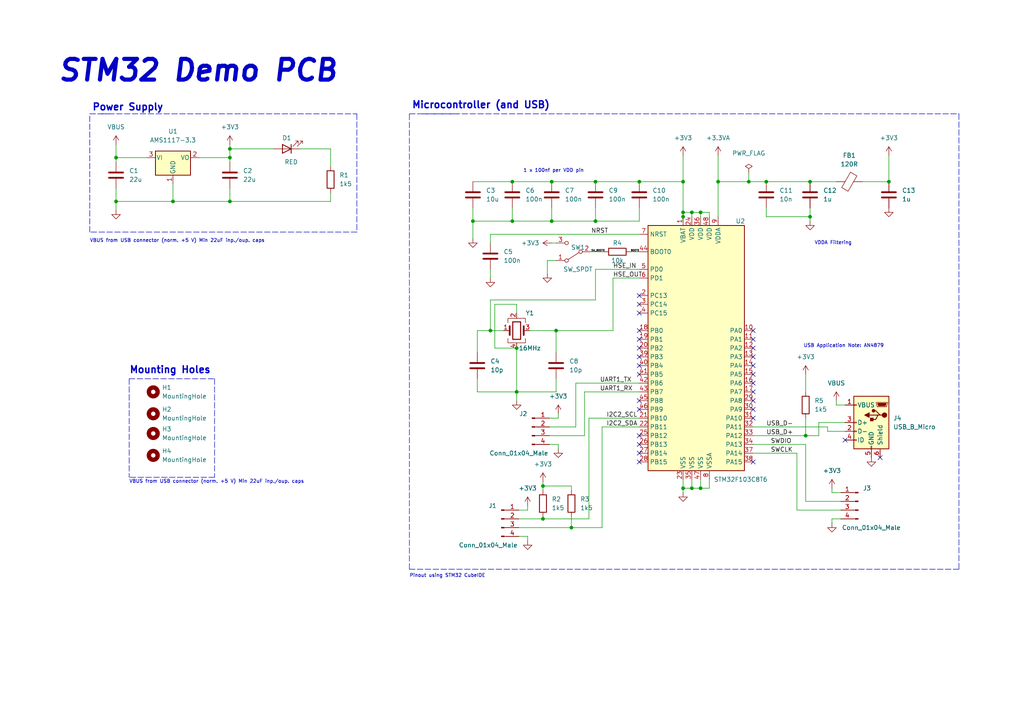
<source format=kicad_sch>
(kicad_sch (version 20211123) (generator eeschema)
  (paper "A4")
  (title_block (title "STM32 Demo PCB") (date "2023-02-06") (rev "0.1") (company "Bharath Personal"))
  (lib_symbols
    (symbol "Connector:Conn_01x04_Male" (pin_names (offset 1.016) hide)
      (property "Reference" "J" (at 0 5.08 0))
      (property "Value" "Conn_01x04_Male" (at 0 -7.62 0))
      (symbol "Conn_01x04_Male_1_1"
        (polyline (pts (xy 1.27 -5.08) (xy 0.8636 -5.08)) (stroke (width 0.1524)))
        (polyline (pts (xy 1.27 -2.54) (xy 0.8636 -2.54)) (stroke (width 0.1524)))
        (polyline (pts (xy 1.27 0) (xy 0.8636 0)) (stroke (width 0.1524)))
        (polyline (pts (xy 1.27 2.54) (xy 0.8636 2.54)) (stroke (width 0.1524)))
        (rectangle (start 0.8636 -4.953) (end 0 -5.207) (stroke (width 0.1524)) (fill (type outline)))
        (rectangle (start 0.8636 -2.413) (end 0 -2.667) (stroke (width 0.1524)) (fill (type outline)))
        (rectangle (start 0.8636 0.127) (end 0 -0.127) (stroke (width 0.1524)) (fill (type outline)))
        (rectangle (start 0.8636 2.667) (end 0 2.413) (stroke (width 0.1524)) (fill (type outline)))
        (pin passive line (at 5.08 2.54 180) (length 3.81) (name "Pin_1") (number "1"))
        (pin passive line (at 5.08 0 180) (length 3.81) (name "Pin_2") (number "2"))
        (pin passive line (at 5.08 -2.54 180) (length 3.81) (name "Pin_3") (number "3"))
        (pin passive line (at 5.08 -5.08 180) (length 3.81) (name "Pin_4") (number "4"))
      )
    )
    (symbol "Connector:USB_B_Micro" (pin_names (offset 1.016))
      (property "Reference" "J" (at -5.08 11.43 0))
      (property "Value" "USB_B_Micro" (at -5.08 8.89 0))
      (symbol "USB_B_Micro_0_1"
        (rectangle (start -5.08 -7.62) (end 5.08 7.62) (stroke (width 0.254)) (fill (type background)))
        (circle (center -3.81 2.159) (radius 0.635) (stroke (width 0.254)) (fill (type outline)))
        (circle (center -0.635 3.429) (radius 0.381) (stroke (width 0.254)) (fill (type outline)))
        (rectangle (start -0.127 -7.62) (end 0.127 -6.858))
        (polyline (pts (xy -1.905 2.159) (xy 0.635 2.159)) (stroke (width 0.254)))
        (polyline (pts (xy -3.175 2.159) (xy -2.54 2.159) (xy -1.27 3.429) (xy -0.635 3.429)) (stroke (width 0.254)))
        (polyline (pts (xy -2.54 2.159) (xy -1.905 2.159) (xy -1.27 0.889) (xy 0 0.889)) (stroke (width 0.254)))
        (polyline (pts (xy 0.635 2.794) (xy 0.635 1.524) (xy 1.905 2.159) (xy 0.635 2.794)) (stroke (width 0.254)) (fill (type outline)))
        (polyline (pts (xy -4.318 5.588) (xy -1.778 5.588) (xy -2.032 4.826) (xy -4.064 4.826) (xy -4.318 5.588)) (fill (type outline)))
        (polyline (pts (xy -4.699 5.842) (xy -4.699 5.588) (xy -4.445 4.826) (xy -4.445 4.572) (xy -1.651 4.572) (xy -1.651 4.826) (xy -1.397 5.588) (xy -1.397 5.842) (xy -4.699 5.842)))
        (rectangle (start 0.254 1.27) (end -0.508 0.508) (stroke (width 0.254)) (fill (type outline)))
        (rectangle (start 5.08 -5.207) (end 4.318 -4.953))
        (rectangle (start 5.08 -2.667) (end 4.318 -2.413))
        (rectangle (start 5.08 -0.127) (end 4.318 0.127))
        (rectangle (start 5.08 4.953) (end 4.318 5.207))
      )
      (symbol "USB_B_Micro_1_1"
        (pin power_out line (at 7.62 5.08 180) (length 2.54) (name "VBUS") (number "1"))
        (pin bidirectional line (at 7.62 -2.54 180) (length 2.54) (name "D-") (number "2"))
        (pin bidirectional line (at 7.62 0 180) (length 2.54) (name "D+") (number "3"))
        (pin passive line (at 7.62 -5.08 180) (length 2.54) (name "ID") (number "4"))
        (pin power_out line (at 0 -10.16 90) (length 2.54) (name "GND") (number "5"))
        (pin passive line (at -2.54 -10.16 90) (length 2.54) (name "Shield") (number "6"))
      )
    )
    (symbol "Device:C" (pin_numbers hide) (pin_names (offset 0.254))
      (property "Reference" "C" (at 0.635 2.54 0))
      (property "Value" "C" (at 0.635 -2.54 0))
      (symbol "C_0_1"
        (polyline (pts (xy -2.032 -0.762) (xy 2.032 -0.762)) (stroke (width 0.508)))
        (polyline (pts (xy -2.032 0.762) (xy 2.032 0.762)) (stroke (width 0.508)))
      )
      (symbol "C_1_1"
        (pin passive line (at 0 3.81 270) (length 2.794) (name "~") (number "1"))
        (pin passive line (at 0 -3.81 90) (length 2.794) (name "~") (number "2"))
      )
    )
    (symbol "Device:Crystal_GND24" (pin_names (offset 1.016) hide)
      (property "Reference" "Y" (at 3.175 5.08 0))
      (property "Value" "Crystal_GND24" (at 3.175 3.175 0))
      (symbol "Crystal_GND24_0_1"
        (rectangle (start -1.143 2.54) (end 1.143 -2.54) (stroke (width 0.3048)))
        (polyline (pts (xy -2.54 0) (xy -2.032 0)))
        (polyline (pts (xy -2.032 -1.27) (xy -2.032 1.27)) (stroke (width 0.508)))
        (polyline (pts (xy 0 -3.81) (xy 0 -3.556)))
        (polyline (pts (xy 0 3.556) (xy 0 3.81)))
        (polyline (pts (xy 2.032 -1.27) (xy 2.032 1.27)) (stroke (width 0.508)))
        (polyline (pts (xy 2.032 0) (xy 2.54 0)))
        (polyline (pts (xy -2.54 -2.286) (xy -2.54 -3.556) (xy 2.54 -3.556) (xy 2.54 -2.286)))
        (polyline (pts (xy -2.54 2.286) (xy -2.54 3.556) (xy 2.54 3.556) (xy 2.54 2.286)))
      )
      (symbol "Crystal_GND24_1_1"
        (pin passive line (at -3.81 0 0) (length 1.27) (name "1") (number "1"))
        (pin passive line (at 0 5.08 270) (length 1.27) (name "2") (number "2"))
        (pin passive line (at 3.81 0 180) (length 1.27) (name "3") (number "3"))
        (pin passive line (at 0 -5.08 90) (length 1.27) (name "4") (number "4"))
      )
    )
    (symbol "Device:FerriteBead" (pin_numbers hide) (pin_names (offset 0))
      (property "Reference" "FB" (at -3.81 0.635 90))
      (property "Value" "FerriteBead" (at 3.81 0 90))
      (symbol "FerriteBead_0_1"
        (polyline (pts (xy 0 -1.27) (xy 0 -1.2192)))
        (polyline (pts (xy 0 1.27) (xy 0 1.2954)))
        (polyline (pts (xy -2.7686 0.4064) (xy -1.7018 2.2606) (xy 2.7686 -0.3048) (xy 1.6764 -2.159) (xy -2.7686 0.4064)))
      )
      (symbol "FerriteBead_1_1"
        (pin passive line (at 0 3.81 270) (length 2.54) (name "~") (number "1"))
        (pin passive line (at 0 -3.81 90) (length 2.54) (name "~") (number "2"))
      )
    )
    (symbol "Device:LED" (pin_numbers hide) (pin_names (offset 1.016) hide)
      (property "Reference" "D" (at 0 2.54 0))
      (property "Value" "LED" (at 0 -2.54 0))
      (symbol "LED_0_1"
        (polyline (pts (xy -1.27 -1.27) (xy -1.27 1.27)) (stroke (width 0.254)))
        (polyline (pts (xy -1.27 0) (xy 1.27 0)))
        (polyline (pts (xy 1.27 -1.27) (xy 1.27 1.27) (xy -1.27 0) (xy 1.27 -1.27)) (stroke (width 0.254)))
        (polyline (pts (xy -3.048 -0.762) (xy -4.572 -2.286) (xy -3.81 -2.286) (xy -4.572 -2.286) (xy -4.572 -1.524)))
        (polyline (pts (xy -1.778 -0.762) (xy -3.302 -2.286) (xy -2.54 -2.286) (xy -3.302 -2.286) (xy -3.302 -1.524)))
      )
      (symbol "LED_1_1"
        (pin passive line (at -3.81 0 0) (length 2.54) (name "K") (number "1"))
        (pin passive line (at 3.81 0 180) (length 2.54) (name "A") (number "2"))
      )
    )
    (symbol "Device:R" (pin_numbers hide) (pin_names (offset 0))
      (property "Reference" "R" (at 2.032 0 90))
      (property "Value" "R" (at 0 0 90))
      (symbol "R_0_1"
        (rectangle (start -1.016 -2.54) (end 1.016 2.54) (stroke (width 0.254)))
      )
      (symbol "R_1_1"
        (pin passive line (at 0 3.81 270) (length 1.27) (name "~") (number "1"))
        (pin passive line (at 0 -3.81 90) (length 1.27) (name "~") (number "2"))
      )
    )
    (symbol "MCU_ST_STM32F1:STM32F103C8Tx"
      (property "Reference" "U" (at -15.24 36.83 0))
      (property "Value" "STM32F103C8Tx" (at 7.62 36.83 0))
      (symbol "STM32F103C8Tx_0_1"
        (rectangle (start -15.24 -35.56) (end 12.7 35.56) (stroke (width 0.254)) (fill (type background)))
      )
      (symbol "STM32F103C8Tx_1_1"
        (pin power_in line (at -5.08 38.1 270) (length 2.54) (name "VBAT") (number "1"))
        (pin bidirectional line (at 15.24 5.08 180) (length 2.54) (name "PA0") (number "10"))
        (pin bidirectional line (at 15.24 2.54 180) (length 2.54) (name "PA1") (number "11"))
        (pin bidirectional line (at 15.24 0 180) (length 2.54) (name "PA2") (number "12"))
        (pin bidirectional line (at 15.24 -2.54 180) (length 2.54) (name "PA3") (number "13"))
        (pin bidirectional line (at 15.24 -5.08 180) (length 2.54) (name "PA4") (number "14"))
        (pin bidirectional line (at 15.24 -7.62 180) (length 2.54) (name "PA5") (number "15"))
        (pin bidirectional line (at 15.24 -10.16 180) (length 2.54) (name "PA6") (number "16"))
        (pin bidirectional line (at 15.24 -12.7 180) (length 2.54) (name "PA7") (number "17"))
        (pin bidirectional line (at -17.78 5.08 0) (length 2.54) (name "PB0") (number "18"))
        (pin bidirectional line (at -17.78 2.54 0) (length 2.54) (name "PB1") (number "19"))
        (pin bidirectional line (at -17.78 15.24 0) (length 2.54) (name "PC13") (number "2"))
        (pin bidirectional line (at -17.78 0 0) (length 2.54) (name "PB2") (number "20"))
        (pin bidirectional line (at -17.78 -20.32 0) (length 2.54) (name "PB10") (number "21"))
        (pin bidirectional line (at -17.78 -22.86 0) (length 2.54) (name "PB11") (number "22"))
        (pin power_in line (at -5.08 -38.1 90) (length 2.54) (name "VSS") (number "23"))
        (pin power_in line (at -2.54 38.1 270) (length 2.54) (name "VDD") (number "24"))
        (pin bidirectional line (at -17.78 -25.4 0) (length 2.54) (name "PB12") (number "25"))
        (pin bidirectional line (at -17.78 -27.94 0) (length 2.54) (name "PB13") (number "26"))
        (pin bidirectional line (at -17.78 -30.48 0) (length 2.54) (name "PB14") (number "27"))
        (pin bidirectional line (at -17.78 -33.02 0) (length 2.54) (name "PB15") (number "28"))
        (pin bidirectional line (at 15.24 -15.24 180) (length 2.54) (name "PA8") (number "29"))
        (pin bidirectional line (at -17.78 12.7 0) (length 2.54) (name "PC14") (number "3"))
        (pin bidirectional line (at 15.24 -17.78 180) (length 2.54) (name "PA9") (number "30"))
        (pin bidirectional line (at 15.24 -20.32 180) (length 2.54) (name "PA10") (number "31"))
        (pin bidirectional line (at 15.24 -22.86 180) (length 2.54) (name "PA11") (number "32"))
        (pin bidirectional line (at 15.24 -25.4 180) (length 2.54) (name "PA12") (number "33"))
        (pin bidirectional line (at 15.24 -27.94 180) (length 2.54) (name "PA13") (number "34"))
        (pin power_in line (at -2.54 -38.1 90) (length 2.54) (name "VSS") (number "35"))
        (pin power_in line (at 0 38.1 270) (length 2.54) (name "VDD") (number "36"))
        (pin bidirectional line (at 15.24 -30.48 180) (length 2.54) (name "PA14") (number "37"))
        (pin bidirectional line (at 15.24 -33.02 180) (length 2.54) (name "PA15") (number "38"))
        (pin bidirectional line (at -17.78 -2.54 0) (length 2.54) (name "PB3") (number "39"))
        (pin bidirectional line (at -17.78 10.16 0) (length 2.54) (name "PC15") (number "4"))
        (pin bidirectional line (at -17.78 -5.08 0) (length 2.54) (name "PB4") (number "40"))
        (pin bidirectional line (at -17.78 -7.62 0) (length 2.54) (name "PB5") (number "41"))
        (pin bidirectional line (at -17.78 -10.16 0) (length 2.54) (name "PB6") (number "42"))
        (pin bidirectional line (at -17.78 -12.7 0) (length 2.54) (name "PB7") (number "43"))
        (pin input line (at -17.78 27.94 0) (length 2.54) (name "BOOT0") (number "44"))
        (pin bidirectional line (at -17.78 -15.24 0) (length 2.54) (name "PB8") (number "45"))
        (pin bidirectional line (at -17.78 -17.78 0) (length 2.54) (name "PB9") (number "46"))
        (pin power_in line (at 0 -38.1 90) (length 2.54) (name "VSS") (number "47"))
        (pin power_in line (at 2.54 38.1 270) (length 2.54) (name "VDD") (number "48"))
        (pin input line (at -17.78 22.86 0) (length 2.54) (name "PD0") (number "5"))
        (pin input line (at -17.78 20.32 0) (length 2.54) (name "PD1") (number "6"))
        (pin input line (at -17.78 33.02 0) (length 2.54) (name "NRST") (number "7"))
        (pin power_in line (at 2.54 -38.1 90) (length 2.54) (name "VSSA") (number "8"))
        (pin power_in line (at 5.08 38.1 270) (length 2.54) (name "VDDA") (number "9"))
      )
    )
    (symbol "Mechanical:MountingHole" (pin_names (offset 1.016))
      (property "Reference" "H" (at 0 5.08 0))
      (property "Value" "MountingHole" (at 0 3.175 0))
      (symbol "MountingHole_0_1"
        (circle (center 0 0) (radius 1.27) (stroke (width 1.27)))
      )
    )
    (symbol "Regulator_Linear:AMS1117-3.3" (pin_names (offset 0.254))
      (property "Reference" "U" (at -3.81 3.175 0))
      (property "Value" "AMS1117-3.3" (at 0 3.175 0))
      (symbol "AMS1117-3.3_0_1"
        (rectangle (start -5.08 -5.08) (end 5.08 1.905) (stroke (width 0.254)) (fill (type background)))
      )
      (symbol "AMS1117-3.3_1_1"
        (pin power_in line (at 0 -7.62 90) (length 2.54) (name "GND") (number "1"))
        (pin power_out line (at 7.62 0 180) (length 2.54) (name "VO") (number "2"))
        (pin power_in line (at -7.62 0 0) (length 2.54) (name "VI") (number "3"))
      )
    )
    (symbol "Switch:SW_SPDT" (pin_names (offset 0) hide)
      (property "Reference" "SW" (at 0 4.318 0))
      (property "Value" "SW_SPDT" (at 0 -5.08 0))
      (symbol "SW_SPDT_0_0"
        (circle (center -2.032 0) (radius 0.508))
        (circle (center 2.032 -2.54) (radius 0.508))
      )
      (symbol "SW_SPDT_0_1"
        (polyline (pts (xy -1.524 0.254) (xy 1.651 2.286)))
        (circle (center 2.032 2.54) (radius 0.508))
      )
      (symbol "SW_SPDT_1_1"
        (pin passive line (at 5.08 2.54 180) (length 2.54) (name "A") (number "1"))
        (pin passive line (at -5.08 0 0) (length 2.54) (name "B") (number "2"))
        (pin passive line (at 5.08 -2.54 180) (length 2.54) (name "C") (number "3"))
      )
    )
    (symbol "power:+3.3V" (power) (pin_names (offset 0))
      (property "Value" "+3.3V" (at 0 3.556 0))
      (symbol "+3.3V_0_1"
        (polyline (pts (xy -0.762 1.27) (xy 0 2.54)))
        (polyline (pts (xy 0 0) (xy 0 2.54)))
        (polyline (pts (xy 0 2.54) (xy 0.762 1.27)))
      )
      (symbol "+3.3V_1_1"
        (pin power_in line (at 0 0 90) (length 0) hide (name "+3V3") (number "1"))
      )
    )
    (symbol "power:+3.3VA" (power) (pin_names (offset 0))
      (property "Value" "+3.3VA" (at 0 3.556 0))
      (symbol "+3.3VA_0_1"
        (polyline (pts (xy -0.762 1.27) (xy 0 2.54)))
        (polyline (pts (xy 0 0) (xy 0 2.54)))
        (polyline (pts (xy 0 2.54) (xy 0.762 1.27)))
      )
      (symbol "+3.3VA_1_1"
        (pin power_in line (at 0 0 90) (length 0) hide (name "+3.3VA") (number "1"))
      )
    )
    (symbol "power:GND" (power) (pin_names (offset 0))
      (property "Value" "GND" (at 0 -3.81 0))
      (symbol "GND_0_1"
        (polyline (pts (xy 0 0) (xy 0 -1.27) (xy 1.27 -1.27) (xy 0 -2.54) (xy -1.27 -1.27) (xy 0 -1.27)))
      )
      (symbol "GND_1_1"
        (pin power_in line (at 0 0 270) (length 0) hide (name "GND") (number "1"))
      )
    )
    (symbol "power:PWR_FLAG" (power) (pin_numbers hide) (pin_names (offset 0) hide)
      (property "Value" "PWR_FLAG" (at 0 3.81 0))
      (symbol "PWR_FLAG_0_0"
        (pin power_out line (at 0 0 90) (length 0) (name "pwr") (number "1"))
      )
      (symbol "PWR_FLAG_0_1"
        (polyline (pts (xy 0 0) (xy 0 1.27) (xy -1.016 1.905) (xy 0 2.54) (xy 1.016 1.905) (xy 0 1.27)))
      )
    )
    (symbol "power:VBUS" (power) (pin_names (offset 0))
      (property "Value" "VBUS" (at 0 3.81 0))
      (symbol "VBUS_0_1"
        (polyline (pts (xy -0.762 1.27) (xy 0 2.54)))
        (polyline (pts (xy 0 0) (xy 0 2.54)))
        (polyline (pts (xy 0 2.54) (xy 0.762 1.27)))
      )
      (symbol "VBUS_1_1"
        (pin power_in line (at 0 0 90) (length 0) hide (name "VBUS") (number "1"))
      )
    )
  )
  (junction (at 198.12 61.595))
  (junction (at 148.59 64.135))
  (junction (at 137.16 64.135))
  (junction (at 66.675 43.18))
  (junction (at 185.42 52.705))
  (junction (at 234.95 62.865))
  (junction (at 149.86 100.965))
  (junction (at 208.28 52.705))
  (junction (at 198.12 141.605))
  (junction (at 161.29 95.885))
  (junction (at 172.72 52.705))
  (junction (at 203.2 141.605))
  (junction (at 217.17 52.705))
  (junction (at 157.48 150.495))
  (junction (at 160.02 64.135))
  (junction (at 149.86 113.665))
  (junction (at 66.675 58.42))
  (junction (at 148.59 52.705))
  (junction (at 203.2 61.595))
  (junction (at 33.655 58.42))
  (junction (at 198.12 52.705))
  (junction (at 142.24 95.885))
  (junction (at 222.25 52.705))
  (junction (at 234.95 52.705))
  (junction (at 66.675 45.72))
  (junction (at 165.735 153.035))
  (junction (at 160.02 52.705))
  (junction (at 33.655 45.72))
  (junction (at 257.81 52.705))
  (junction (at 50.165 58.42))
  (junction (at 200.66 61.595))
  (junction (at 233.68 126.365))
  (junction (at 200.66 141.605))
  (junction (at 198.12 62.865))
  (junction (at 172.72 64.135))
  (junction (at 157.48 140.97))
  (no_connect (at 185.42 131.445))
  (no_connect (at 185.42 103.505))
  (no_connect (at 218.44 106.045))
  (no_connect (at 185.42 100.965))
  (no_connect (at 245.11 127.635))
  (no_connect (at 255.27 132.715))
  (no_connect (at 218.44 103.505))
  (no_connect (at 185.42 108.585))
  (no_connect (at 218.44 98.425))
  (no_connect (at 218.44 95.885))
  (no_connect (at 218.44 100.965))
  (no_connect (at 185.42 95.885))
  (no_connect (at 218.44 113.665))
  (no_connect (at 185.42 133.985))
  (no_connect (at 185.42 116.205))
  (no_connect (at 218.44 111.125))
  (no_connect (at 185.42 106.045))
  (no_connect (at 218.44 118.745))
  (no_connect (at 218.44 116.205))
  (no_connect (at 185.42 128.905))
  (no_connect (at 185.42 98.425))
  (no_connect (at 218.44 121.285))
  (no_connect (at 185.42 118.745))
  (no_connect (at 218.44 108.585))
  (no_connect (at 185.42 90.805))
  (no_connect (at 185.42 88.265))
  (no_connect (at 185.42 85.725))
  (no_connect (at 218.44 133.985))
  (no_connect (at 185.42 126.365))
  (wire (pts (xy 203.2 61.595) (xy 203.2 62.865)))
  (wire (pts (xy 153.67 95.885) (xy 161.29 95.885)))
  (wire (pts (xy 231.14 147.955) (xy 243.84 147.955)))
  (wire (pts (xy 222.25 52.705) (xy 234.95 52.705)))
  (wire (pts (xy 143.51 88.265) (xy 143.51 100.965)))
  (wire (pts (xy 149.86 88.265) (xy 143.51 88.265)))
  (wire (pts (xy 203.2 61.595) (xy 205.74 61.595)))
  (wire (pts (xy 240.03 125.095) (xy 245.11 125.095)))
  (wire (pts (xy 143.51 100.965) (xy 149.86 100.965)))
  (wire (pts (xy 149.86 90.805) (xy 149.86 88.265)))
  (wire (pts (xy 174.625 123.825) (xy 185.42 123.825)))
  (wire (pts (xy 198.12 45.085) (xy 198.12 52.705)))
  (wire (pts (xy 208.28 52.705) (xy 217.17 52.705)))
  (wire (pts (xy 177.8 80.645) (xy 177.8 95.885)))
  (wire (pts (xy 138.43 113.665) (xy 149.86 113.665)))
  (wire (pts (xy 241.3 142.875) (xy 241.3 141.605)))
  (wire (pts (xy 233.68 128.905) (xy 233.68 145.415)))
  (wire (pts (xy 137.16 64.135) (xy 148.59 64.135)))
  (wire (pts (xy 158.75 75.565) (xy 158.75 79.375)))
  (wire (pts (xy 242.57 117.475) (xy 242.57 116.205)))
  (wire (pts (xy 150.495 153.035) (xy 165.735 153.035)))
  (wire (pts (xy 159.385 123.825) (xy 167.005 123.825)))
  (wire (pts (xy 234.95 62.865) (xy 234.95 64.135)))
  (wire (pts (xy 205.74 61.595) (xy 205.74 62.865)))
  (wire (pts (xy 142.24 78.105) (xy 142.24 80.645)))
  (wire (pts (xy 177.8 80.645) (xy 185.42 80.645)))
  (wire (pts (xy 231.14 131.445) (xy 231.14 147.955)))
  (wire (pts (xy 160.02 60.325) (xy 160.02 64.135)))
  (wire (pts (xy 138.43 109.855) (xy 138.43 113.665)))
  (wire (pts (xy 159.385 121.285) (xy 161.925 121.285)))
  (wire (pts (xy 148.59 64.135) (xy 160.02 64.135)))
  (wire (pts (xy 33.655 58.42) (xy 50.165 58.42)))
  (wire (pts (xy 142.24 67.945) (xy 142.24 70.485)))
  (wire (pts (xy 222.25 60.325) (xy 222.25 62.865)))
  (wire (pts (xy 95.885 43.18) (xy 95.885 48.26)))
  (wire (pts (xy 185.42 60.325) (xy 185.42 64.135)))
  (wire (pts (xy 245.11 117.475) (xy 242.57 117.475)))
  (wire (pts (xy 150.495 150.495) (xy 157.48 150.495)))
  (wire (pts (xy 142.24 95.885) (xy 138.43 95.885)))
  (wire (pts (xy 66.675 41.91) (xy 66.675 43.18)))
  (wire (pts (xy 198.12 52.705) (xy 198.12 61.595)))
  (wire (pts (xy 142.24 86.995) (xy 172.72 86.995)))
  (wire (pts (xy 148.59 52.705) (xy 160.02 52.705)))
  (polyline (pts (xy 118.745 33.02) (xy 132.715 33.02)))
  (polyline (pts (xy 37.465 109.855) (xy 62.23 109.855)))
  (wire (pts (xy 33.655 45.72) (xy 42.545 45.72)))
  (wire (pts (xy 170.815 121.285) (xy 170.815 150.495)))
  (wire (pts (xy 185.42 52.705) (xy 198.12 52.705)))
  (wire (pts (xy 200.66 139.065) (xy 200.66 141.605)))
  (wire (pts (xy 208.28 45.085) (xy 208.28 52.705)))
  (wire (pts (xy 142.24 67.945) (xy 185.42 67.945)))
  (wire (pts (xy 157.48 139.7) (xy 157.48 140.97)))
  (wire (pts (xy 241.3 151.765) (xy 241.3 150.495)))
  (wire (pts (xy 137.16 52.705) (xy 148.59 52.705)))
  (wire (pts (xy 157.48 149.86) (xy 157.48 150.495)))
  (wire (pts (xy 217.17 52.705) (xy 222.25 52.705)))
  (wire (pts (xy 174.625 123.825) (xy 174.625 153.035)))
  (wire (pts (xy 257.81 45.085) (xy 257.81 52.705)))
  (polyline (pts (xy 37.465 109.855) (xy 37.465 138.43)))
  (wire (pts (xy 33.655 41.91) (xy 33.655 45.72)))
  (wire (pts (xy 241.3 150.495) (xy 243.84 150.495)))
  (wire (pts (xy 33.655 58.42) (xy 33.655 60.96)))
  (wire (pts (xy 205.74 139.065) (xy 205.74 141.605)))
  (wire (pts (xy 161.29 113.665) (xy 161.29 109.855)))
  (wire (pts (xy 153.035 155.575) (xy 150.495 155.575)))
  (wire (pts (xy 95.885 55.88) (xy 95.885 58.42)))
  (wire (pts (xy 169.545 113.665) (xy 185.42 113.665)))
  (wire (pts (xy 161.29 75.565) (xy 158.75 75.565)))
  (wire (pts (xy 198.12 141.605) (xy 198.12 142.875)))
  (wire (pts (xy 218.44 123.825) (xy 240.03 123.825)))
  (wire (pts (xy 149.86 113.665) (xy 161.29 113.665)))
  (wire (pts (xy 165.735 140.97) (xy 157.48 140.97)))
  (polyline (pts (xy 26.035 33.02) (xy 31.75 33.02)))
  (wire (pts (xy 159.385 126.365) (xy 169.545 126.365)))
  (wire (pts (xy 172.72 64.135) (xy 185.42 64.135)))
  (wire (pts (xy 161.925 130.175) (xy 161.925 128.905)))
  (wire (pts (xy 217.17 50.165) (xy 217.17 52.705)))
  (wire (pts (xy 198.12 139.065) (xy 198.12 141.605)))
  (wire (pts (xy 234.95 52.705) (xy 242.57 52.705)))
  (wire (pts (xy 165.735 153.035) (xy 174.625 153.035)))
  (wire (pts (xy 203.2 141.605) (xy 200.66 141.605)))
  (wire (pts (xy 167.005 111.125) (xy 185.42 111.125)))
  (wire (pts (xy 198.12 62.865) (xy 198.12 64.135)))
  (wire (pts (xy 243.84 142.875) (xy 241.3 142.875)))
  (wire (pts (xy 167.005 123.825) (xy 167.005 111.125)))
  (polyline (pts (xy 62.23 109.855) (xy 62.23 138.43)))
  (polyline (pts (xy 62.23 138.43) (xy 37.465 138.43)))
  (wire (pts (xy 172.72 52.705) (xy 185.42 52.705)))
  (polyline (pts (xy 103.505 67.31) (xy 26.035 67.31)))
  (wire (pts (xy 157.48 140.97) (xy 157.48 142.24)))
  (wire (pts (xy 200.66 61.595) (xy 203.2 61.595)))
  (wire (pts (xy 148.59 60.325) (xy 148.59 64.135)))
  (wire (pts (xy 172.72 78.105) (xy 185.42 78.105)))
  (wire (pts (xy 198.12 61.595) (xy 200.66 61.595)))
  (wire (pts (xy 137.16 60.325) (xy 137.16 64.135)))
  (wire (pts (xy 149.86 113.665) (xy 149.86 116.205)))
  (polyline (pts (xy 278.13 33.02) (xy 278.13 165.1)))
  (wire (pts (xy 66.675 45.72) (xy 66.675 46.99)))
  (wire (pts (xy 203.2 139.065) (xy 203.2 141.605)))
  (polyline (pts (xy 122.555 33.02) (xy 278.13 33.02)))
  (wire (pts (xy 172.72 86.995) (xy 172.72 78.105)))
  (wire (pts (xy 218.44 131.445) (xy 231.14 131.445)))
  (wire (pts (xy 161.29 95.885) (xy 161.29 102.235)))
  (wire (pts (xy 205.74 141.605) (xy 203.2 141.605)))
  (polyline (pts (xy 29.21 33.02) (xy 103.505 33.02)))
  (wire (pts (xy 160.02 64.135) (xy 172.72 64.135)))
  (wire (pts (xy 233.68 126.365) (xy 237.49 126.365)))
  (wire (pts (xy 138.43 95.885) (xy 138.43 102.235)))
  (wire (pts (xy 170.815 121.285) (xy 185.42 121.285)))
  (wire (pts (xy 182.88 73.025) (xy 185.42 73.025)))
  (wire (pts (xy 177.8 95.885) (xy 161.29 95.885)))
  (wire (pts (xy 160.02 70.485) (xy 161.29 70.485)))
  (wire (pts (xy 153.035 147.955) (xy 153.035 146.685)))
  (wire (pts (xy 66.675 43.18) (xy 79.375 43.18)))
  (wire (pts (xy 200.66 61.595) (xy 200.66 62.865)))
  (wire (pts (xy 95.885 58.42) (xy 66.675 58.42)))
  (wire (pts (xy 172.72 60.325) (xy 172.72 64.135)))
  (wire (pts (xy 208.28 52.705) (xy 208.28 62.865)))
  (wire (pts (xy 234.95 60.325) (xy 234.95 62.865)))
  (wire (pts (xy 161.925 121.285) (xy 161.925 120.015)))
  (wire (pts (xy 57.785 45.72) (xy 66.675 45.72)))
  (wire (pts (xy 142.24 95.885) (xy 142.24 86.995)))
  (wire (pts (xy 160.02 52.705) (xy 172.72 52.705)))
  (polyline (pts (xy 26.035 67.31) (xy 26.035 33.02)))
  (wire (pts (xy 233.68 145.415) (xy 243.84 145.415)))
  (wire (pts (xy 146.05 95.885) (xy 142.24 95.885)))
  (wire (pts (xy 161.925 128.905) (xy 159.385 128.905)))
  (polyline (pts (xy 278.13 165.1) (xy 118.745 165.1)))
  (wire (pts (xy 66.675 43.18) (xy 66.675 45.72)))
  (wire (pts (xy 233.68 108.585) (xy 233.68 113.665)))
  (wire (pts (xy 237.49 126.365) (xy 237.49 122.555)))
  (wire (pts (xy 169.545 126.365) (xy 169.545 113.665)))
  (wire (pts (xy 50.165 53.34) (xy 50.165 58.42)))
  (wire (pts (xy 50.165 58.42) (xy 66.675 58.42)))
  (wire (pts (xy 33.655 54.61) (xy 33.655 58.42)))
  (wire (pts (xy 153.035 156.845) (xy 153.035 155.575)))
  (wire (pts (xy 198.12 61.595) (xy 198.12 62.865)))
  (wire (pts (xy 150.495 147.955) (xy 153.035 147.955)))
  (wire (pts (xy 86.995 43.18) (xy 95.885 43.18)))
  (wire (pts (xy 218.44 128.905) (xy 233.68 128.905)))
  (wire (pts (xy 66.675 58.42) (xy 66.675 54.61)))
  (wire (pts (xy 157.48 150.495) (xy 170.815 150.495)))
  (wire (pts (xy 222.25 62.865) (xy 234.95 62.865)))
  (wire (pts (xy 237.49 122.555) (xy 245.11 122.555)))
  (polyline (pts (xy 103.505 33.02) (xy 103.505 67.31)))
  (wire (pts (xy 171.45 73.025) (xy 175.26 73.025)))
  (wire (pts (xy 33.655 46.99) (xy 33.655 45.72)))
  (wire (pts (xy 200.66 141.605) (xy 198.12 141.605)))
  (polyline (pts (xy 118.745 165.1) (xy 118.745 33.02)))
  (wire (pts (xy 137.16 64.135) (xy 137.16 69.215)))
  (wire (pts (xy 165.735 142.24) (xy 165.735 140.97)))
  (wire (pts (xy 240.03 123.825) (xy 240.03 125.095)))
  (wire (pts (xy 165.735 149.86) (xy 165.735 153.035)))
  (wire (pts (xy 233.68 121.285) (xy 233.68 126.365)))
  (wire (pts (xy 218.44 126.365) (xy 233.68 126.365)))
  (wire (pts (xy 250.19 52.705) (xy 257.81 52.705)))
  (wire (pts (xy 149.86 100.965) (xy 149.86 113.665)))
  (text "VBUS from USB connector (norm. +5 V) Min 22uF inp./oup. caps" (at 26.035 70.485 0) (effects (font (size 1 1)) (justify left bottom)))
  (text "VBUS from USB connector (norm. +5 V) Min 22uF inp./oup. caps" (at 37.465 140.335 0) (effects (font (size 1 1)) (justify left bottom)))
  (text "USB Application Note: AN4879" (at 233.045 100.965 0) (effects (font (size 1 1)) (justify left bottom)))
  (text "Power Supply" (at 26.67 32.385 0) (effects (font (size 2 2) (thickness 0.4) bold) (justify left bottom)))
  (text "Mounting Holes\n" (at 37.465 108.585 0) (effects (font (size 2 2) (thickness 0.4) bold) (justify left bottom)))
  (text "1 x 100nf per VDD pin" (at 151.765 50.165 0) (effects (font (size 1 1)) (justify left bottom)))
  (text "Microcontroller (and USB)" (at 119.38 31.75 0) (effects (font (size 2 2) (thickness 0.4) bold) (justify left bottom)))
  (text "STM32 Demo PCB" (at 16.51 24.13 0) (effects (font (size 6 6) bold italic) (justify left bottom)))
  (text "Pinout using STM32 CubeIDE" (at 118.745 167.64 0) (effects (font (size 1 1)) (justify left bottom)))
  (text "VDDA Filtering\n" (at 236.22 71.12 0) (effects (font (size 1 1)) (justify left bottom)))
  (label "HSE_IN" (at 177.8 78.105 0))
  (label "SWDIO" (at 223.52 128.905 0))
  (label "UART1_RX" (at 173.99 113.665 0))
  (label "HSE_OUT" (at 177.8 80.645 0))
  (label "UART1_TX" (at 173.99 111.125 0))
  (label "I2C2_SCL" (at 175.895 121.285 0))
  (label "SWCLK" (at 223.52 131.445 0))
  (label "BOOT0" (at 182.88 73.025 0) (effects (font (size 0.5 0.5))))
  (label "SW_BOOT0" (at 171.45 73.025 0) (effects (font (size 0.5 0.5))))
  (label "USB_D+" (at 222.25 126.365 0))
  (label "USB_D-" (at 222.25 123.825 0))
  (label "NRST" (at 171.45 67.945 0))
  (label "I2C2_SDA" (at 175.895 123.825 0))
  (symbol (lib_id "power:PWR_FLAG") (at 217.17 50.165 0) (unit 1)
    (property "Reference" "#FLG0101" (effects hide))
    (property "Value" "PWR_FLAG" (at 217.17 44.45 0))
  )
  (symbol (lib_id "power:+3.3V") (at 161.925 120.015 0) (mirror y) (unit 1)
    (property "Reference" "#PWR012" (effects hide))
    (property "Value" "+3.3V" (at 161.925 114.935 0))
  )
  (symbol (lib_id "Device:C") (at 137.16 56.515 0) (unit 1)
    (property "Reference" "C3" (at 140.97 55.2449 0) (effects (justify left)))
    (property "Value" "10u" (at 140.97 57.7849 0) (effects (justify left)))
    (property "Footprint" "Capacitor_SMD:C_0603_1608Metric" (effects hide))
  )
  (symbol (lib_id "Device:R") (at 95.885 52.07 0) (unit 1)
    (property "Reference" "R1" (at 98.425 50.7999 0) (effects (justify left)))
    (property "Value" "1k5" (at 98.425 53.3399 0) (effects (justify left)))
    (property "Footprint" "Resistor_SMD:R_0402_1005Metric" (effects hide))
  )
  (symbol (lib_id "Mechanical:MountingHole") (at 44.45 113.665 0) (unit 1)
    (property "Reference" "H1" (at 46.99 112.3949 0) (effects (justify left)))
    (property "Value" "MountingHole" (at 46.99 114.9349 0) (effects (justify left)))
    (property "Footprint" "MountingHole:MountingHole_2.1mm" (effects hide))
  )
  (symbol (lib_id "Regulator_Linear:AMS1117-3.3") (at 50.165 45.72 0) (unit 1)
    (property "Reference" "U1" (at 50.165 38.1 0))
    (property "Value" "AMS1117-3.3" (at 50.165 40.64 0))
    (property "Footprint" "Package_TO_SOT_SMD:SOT-223-3_TabPin2" (effects hide))
    (property "Datasheet" "http://www.advanced-monolithic.com/pdf/ds1117.pdf" (effects hide))
  )
  (symbol (lib_id "Device:FerriteBead") (at 246.38 52.705 90) (unit 1)
    (property "Reference" "FB1" (at 246.3292 45.085 90))
    (property "Value" "120R" (at 246.3292 47.625 90))
    (property "Footprint" "Inductor_SMD:L_0603_1608Metric" (effects hide))
  )
  (symbol (lib_id "Connector:Conn_01x04_Male") (at 154.305 123.825 0) (unit 1)
    (property "Reference" "J2" (at 151.765 120.015 0))
    (property "Value" "Conn_01x04_Male" (at 150.495 131.445 0))
    (property "Footprint" "Connector_PinHeader_2.54mm:PinHeader_1x04_P2.54mm_Vertical" (effects hide))
  )
  (symbol (lib_id "power:GND") (at 198.12 142.875 0) (unit 1)
    (property "Reference" "#PWR015" (effects hide))
    (property "Value" "GND" (effects hide))
  )
  (symbol (lib_id "power:GND") (at 142.24 80.645 0) (unit 1)
    (property "Reference" "#PWR05" (effects hide))
    (property "Value" "GND" (effects hide))
  )
  (symbol (lib_id "power:+3.3V") (at 66.675 41.91 0) (unit 1)
    (property "Reference" "#PWR03" (effects hide))
    (property "Value" "+3.3V" (at 66.675 36.83 0))
  )
  (symbol (lib_id "power:GND") (at 137.16 69.215 0) (unit 1)
    (property "Reference" "#PWR04" (effects hide))
    (property "Value" "GND" (effects hide))
  )
  (symbol (lib_id "power:GND") (at 252.73 132.715 0) (unit 1)
    (property "Reference" "#PWR022" (effects hide))
    (property "Value" "GND" (effects hide))
  )
  (symbol (lib_id "power:GND") (at 241.3 151.765 0) (unit 1)
    (property "Reference" "#PWR020" (effects hide))
    (property "Value" "GND" (effects hide))
  )
  (symbol (lib_id "Device:R") (at 233.68 117.475 0) (unit 1)
    (property "Reference" "R5" (at 236.22 116.2049 0) (effects (justify left)))
    (property "Value" "1k5" (at 236.22 118.7449 0) (effects (justify left)))
    (property "Footprint" "Resistor_SMD:R_0402_1005Metric" (effects hide))
  )
  (symbol (lib_id "power:+3.3V") (at 153.035 146.685 0) (mirror y) (unit 1)
    (property "Reference" "#PWR07" (effects hide))
    (property "Value" "+3.3V" (at 153.035 141.605 0))
  )
  (symbol (lib_id "Device:R") (at 179.07 73.025 90) (unit 1)
    (property "Reference" "R4" (at 179.07 70.485 90))
    (property "Value" "10k" (at 179.07 75.565 90))
    (property "Footprint" "Resistor_SMD:R_0402_1005Metric" (effects hide))
  )
  (symbol (lib_id "Mechanical:MountingHole") (at 44.45 132.08 0) (unit 1)
    (property "Reference" "H4" (at 46.99 130.8099 0) (effects (justify left)))
    (property "Value" "MountingHole" (at 46.99 133.3499 0) (effects (justify left)))
    (property "Footprint" "MountingHole:MountingHole_2.1mm" (effects hide))
  )
  (symbol (lib_id "Device:C") (at 148.59 56.515 0) (unit 1)
    (property "Reference" "C6" (at 152.4 55.2449 0) (effects (justify left)))
    (property "Value" "100n" (at 152.4 57.7849 0) (effects (justify left)))
    (property "Footprint" "Capacitor_SMD:C_0402_1005Metric" (effects hide))
  )
  (symbol (lib_id "Device:C") (at 161.29 106.045 0) (unit 1)
    (property "Reference" "C8" (at 165.1 104.7749 0) (effects (justify left)))
    (property "Value" "10p" (at 165.1 107.3149 0) (effects (justify left)))
    (property "Footprint" "Capacitor_SMD:C_0402_1005Metric" (effects hide))
  )
  (symbol (lib_id "Switch:SW_SPDT") (at 166.37 73.025 180) (unit 1)
    (property "Reference" "SW1" (at 167.64 71.755 0))
    (property "Value" "SW_SPDT" (at 167.64 78.105 0))
    (property "Footprint" "Button_Switch_SMD:SW_SPDT_PCM12" (effects hide))
  )
  (symbol (lib_id "Device:C") (at 138.43 106.045 0) (unit 1)
    (property "Reference" "C4" (at 142.24 104.7749 0) (effects (justify left)))
    (property "Value" "10p" (at 142.24 107.3149 0) (effects (justify left)))
    (property "Footprint" "Capacitor_SMD:C_0402_1005Metric" (effects hide))
  )
  (symbol (lib_id "power:+3.3V") (at 198.12 45.085 0) (unit 1)
    (property "Reference" "#PWR014" (effects hide))
    (property "Value" "+3.3V" (at 198.12 40.005 0))
  )
  (symbol (lib_id "power:GND") (at 234.95 64.135 0) (unit 1)
    (property "Reference" "#PWR018" (effects hide))
    (property "Value" "GND" (effects hide))
  )
  (symbol (lib_id "Device:C") (at 160.02 56.515 0) (unit 1)
    (property "Reference" "C7" (at 163.83 55.2449 0) (effects (justify left)))
    (property "Value" "100n" (at 163.83 57.7849 0) (effects (justify left)))
    (property "Footprint" "Capacitor_SMD:C_0402_1005Metric" (effects hide))
  )
  (symbol (lib_id "Device:C") (at 142.24 74.295 0) (unit 1)
    (property "Reference" "C5" (at 146.05 73.0249 0) (effects (justify left)))
    (property "Value" "100n" (at 146.05 75.5649 0) (effects (justify left)))
    (property "Footprint" "Capacitor_SMD:C_0402_1005Metric" (effects hide))
  )
  (symbol (lib_id "power:GND") (at 257.81 60.325 0) (unit 1)
    (property "Reference" "#PWR024" (effects hide))
    (property "Value" "GND" (effects hide))
  )
  (symbol (lib_id "power:GND") (at 158.75 79.375 0) (unit 1)
    (property "Reference" "#PWR010" (effects hide))
    (property "Value" "GND" (effects hide))
  )
  (symbol (lib_id "Device:C") (at 66.675 50.8 0) (unit 1)
    (property "Reference" "C2" (at 70.485 49.5299 0) (effects (justify left)))
    (property "Value" "22u" (at 70.485 52.0699 0) (effects (justify left)))
    (property "Footprint" "Capacitor_SMD:C_0805_2012Metric" (effects hide))
  )
  (symbol (lib_id "Device:Crystal_GND24") (at 149.86 95.885 0) (unit 1)
    (property "Reference" "Y1" (at 153.67 90.805 0))
    (property "Value" "16MHz" (at 153.67 100.965 0))
    (property "Footprint" "Crystal:Crystal_SMD_3225-4Pin_3.2x2.5mm" (effects hide))
  )
  (symbol (lib_id "Device:C") (at 234.95 56.515 0) (unit 1)
    (property "Reference" "C12" (at 238.76 55.2449 0) (effects (justify left)))
    (property "Value" "1u" (at 238.76 57.7849 0) (effects (justify left)))
    (property "Footprint" "Capacitor_SMD:C_0402_1005Metric" (effects hide))
  )
  (symbol (lib_id "Device:C") (at 185.42 56.515 0) (unit 1)
    (property "Reference" "C10" (at 189.23 55.2449 0) (effects (justify left)))
    (property "Value" "100n" (at 189.23 57.7849 0) (effects (justify left)))
    (property "Footprint" "Capacitor_SMD:C_0402_1005Metric" (effects hide))
  )
  (symbol (lib_id "Mechanical:MountingHole") (at 44.45 120.015 0) (unit 1)
    (property "Reference" "H2" (at 46.99 118.7449 0) (effects (justify left)))
    (property "Value" "MountingHole" (at 46.99 121.2849 0) (effects (justify left)))
    (property "Footprint" "MountingHole:MountingHole_2.1mm" (effects hide))
  )
  (symbol (lib_id "power:+3.3V") (at 160.02 70.485 90) (unit 1)
    (property "Reference" "#PWR011" (effects hide))
    (property "Value" "+3.3V" (at 151.13 70.485 90) (effects (justify right)))
  )
  (symbol (lib_id "Device:C") (at 257.81 56.515 0) (unit 1)
    (property "Reference" "C13" (at 261.62 55.2449 0) (effects (justify left)))
    (property "Value" "1u" (at 261.62 57.7849 0) (effects (justify left)))
    (property "Footprint" "Capacitor_SMD:C_0402_1005Metric" (effects hide))
  )
  (symbol (lib_id "Connector:Conn_01x04_Male") (at 248.92 145.415 0) (mirror y) (unit 1)
    (property "Reference" "J3" (at 251.46 141.605 0))
    (property "Value" "Conn_01x04_Male" (at 252.73 153.035 0))
    (property "Footprint" "Connector_PinHeader_2.54mm:PinHeader_1x04_P2.54mm_Vertical" (effects hide))
  )
  (symbol (lib_id "power:GND") (at 33.655 60.96 0) (unit 1)
    (property "Reference" "#PWR02" (effects hide))
    (property "Value" "GND" (effects hide))
  )
  (symbol (lib_id "power:VBUS") (at 33.655 41.91 0) (unit 1)
    (property "Reference" "#PWR01" (effects hide))
    (property "Value" "VBUS" (at 33.655 36.83 0))
  )
  (symbol (lib_id "Connector:USB_B_Micro") (at 252.73 122.555 0) (mirror y) (unit 1)
    (property "Reference" "J4" (at 259.08 121.2849 0) (effects (justify right)))
    (property "Value" "USB_B_Micro" (at 259.08 123.8249 0) (effects (justify right)))
    (property "Footprint" "Connector_USB:USB_Micro-B_Wuerth_629105150521" (effects hide))
  )
  (symbol (lib_id "power:VBUS") (at 242.57 116.205 0) (unit 1)
    (property "Reference" "#PWR021" (effects hide))
    (property "Value" "VBUS" (at 242.57 111.125 0))
  )
  (symbol (lib_id "power:+3.3VA") (at 208.28 45.085 0) (unit 1)
    (property "Reference" "#PWR016" (effects hide))
    (property "Value" "+3.3VA" (at 208.28 40.005 0))
  )
  (symbol (lib_id "power:+3.3V") (at 157.48 139.7 0) (unit 1)
    (property "Reference" "#PWR09" (effects hide))
    (property "Value" "+3.3V" (at 157.48 134.62 0))
  )
  (symbol (lib_id "Mechanical:MountingHole") (at 44.45 125.73 0) (unit 1)
    (property "Reference" "H3" (at 46.99 124.4599 0) (effects (justify left)))
    (property "Value" "MountingHole" (at 46.99 126.9999 0) (effects (justify left)))
    (property "Footprint" "MountingHole:MountingHole_2.1mm" (effects hide))
  )
  (symbol (lib_id "power:+3.3V") (at 257.81 45.085 0) (unit 1)
    (property "Reference" "#PWR023" (effects hide))
    (property "Value" "+3.3V" (at 257.81 40.005 0))
  )
  (symbol (lib_id "power:GND") (at 149.86 116.205 0) (unit 1)
    (property "Reference" "#PWR06" (effects hide))
    (property "Value" "GND" (effects hide))
  )
  (symbol (lib_id "power:+3.3V") (at 241.3 141.605 0) (unit 1)
    (property "Reference" "#PWR019" (effects hide))
    (property "Value" "+3.3V" (at 241.3 136.525 0))
  )
  (symbol (lib_id "Device:C") (at 172.72 56.515 0) (unit 1)
    (property "Reference" "C9" (at 176.53 55.2449 0) (effects (justify left)))
    (property "Value" "100n" (at 176.53 57.7849 0) (effects (justify left)))
    (property "Footprint" "Capacitor_SMD:C_0402_1005Metric" (effects hide))
  )
  (symbol (lib_id "power:GND") (at 153.035 156.845 0) (mirror y) (unit 1)
    (property "Reference" "#PWR08" (effects hide))
    (property "Value" "GND" (effects hide))
  )
  (symbol (lib_id "Device:C") (at 33.655 50.8 0) (unit 1)
    (property "Reference" "C1" (at 37.465 49.5299 0) (effects (justify left)))
    (property "Value" "22u" (at 37.465 52.0699 0) (effects (justify left)))
    (property "Footprint" "Capacitor_SMD:C_0805_2012Metric" (effects hide))
  )
  (symbol (lib_id "Device:C") (at 222.25 56.515 0) (unit 1)
    (property "Reference" "C11" (at 226.06 55.2449 0) (effects (justify left)))
    (property "Value" "10n" (at 226.06 57.7849 0) (effects (justify left)))
    (property "Footprint" "Capacitor_SMD:C_0402_1005Metric" (effects hide))
  )
  (symbol (lib_id "MCU_ST_STM32F1:STM32F103C8Tx") (at 203.2 100.965 0) (unit 1)
    (property "Reference" "U2" (at 213.36 64.135 0) (effects (justify left)))
    (property "Value" "STM32F103C8T6" (at 207.01 139.065 0) (effects (justify left)))
    (property "Footprint" "Package_QFP:LQFP-48_7x7mm_P0.5mm" (effects hide))
    (property "Datasheet" "http://www.st.com/st-web-ui/static/active/en/resource/technical/document/datasheet/CD00161566.pdf" (effects hide))
  )
  (symbol (lib_id "Device:R") (at 165.735 146.05 0) (unit 1)
    (property "Reference" "R3" (at 168.275 144.7799 0) (effects (justify left)))
    (property "Value" "1k5" (at 168.275 147.3199 0) (effects (justify left)))
    (property "Footprint" "Resistor_SMD:R_0402_1005Metric" (effects hide))
  )
  (symbol (lib_id "Device:LED") (at 83.185 43.18 180) (unit 1)
    (property "Reference" "D1" (at 83.185 40.005 0))
    (property "Value" "RED" (at 84.455 46.99 0))
    (property "Footprint" "LED_SMD:LED_0402_1005Metric" (effects hide))
  )
  (symbol (lib_id "Device:R") (at 157.48 146.05 0) (unit 1)
    (property "Reference" "R2" (at 160.02 144.7799 0) (effects (justify left)))
    (property "Value" "1k5" (at 160.02 147.3199 0) (effects (justify left)))
    (property "Footprint" "Resistor_SMD:R_0402_1005Metric" (effects hide))
  )
  (symbol (lib_id "power:+3.3V") (at 233.68 108.585 0) (unit 1)
    (property "Reference" "#PWR017" (effects hide))
    (property "Value" "+3.3V" (at 233.68 103.505 0))
  )
  (symbol (lib_id "power:GND") (at 161.925 130.175 0) (mirror y) (unit 1)
    (property "Reference" "#PWR013" (effects hide))
    (property "Value" "GND" (effects hide))
  )
  (symbol (lib_id "Connector:Conn_01x04_Male") (at 145.415 150.495 0) (unit 1)
    (property "Reference" "J1" (at 142.875 146.685 0))
    (property "Value" "Conn_01x04_Male" (at 141.605 158.115 0))
    (property "Footprint" "Connector_PinHeader_2.54mm:PinHeader_1x04_P2.54mm_Vertical" (effects hide))
  )
)
</source>
